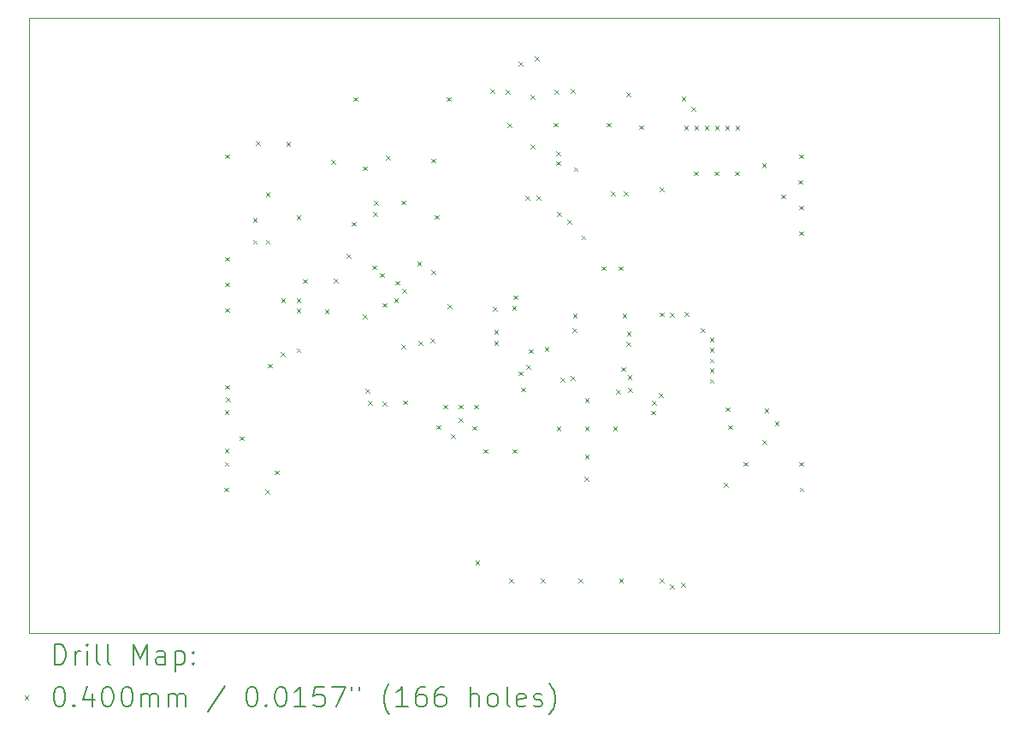
<source format=gbr>
%FSLAX45Y45*%
G04 Gerber Fmt 4.5, Leading zero omitted, Abs format (unit mm)*
G04 Created by KiCad (PCBNEW (6.0.2)) date 2023-09-30 20:53:12*
%MOMM*%
%LPD*%
G01*
G04 APERTURE LIST*
%TA.AperFunction,Profile*%
%ADD10C,0.100000*%
%TD*%
%ADD11C,0.200000*%
%ADD12C,0.040000*%
G04 APERTURE END LIST*
D10*
X10312400Y-3302000D02*
X14706600Y-3302000D01*
X10312400Y-9398000D02*
X10312400Y-3302000D01*
X19913600Y-3302000D02*
X19913600Y-9398000D01*
X17754600Y-3302000D02*
X19913600Y-3302000D01*
X18618200Y-9398000D02*
X10312400Y-9398000D01*
X14706600Y-3302000D02*
X16027400Y-3302000D01*
X19913600Y-9398000D02*
X18618200Y-9398000D01*
X16027400Y-3302000D02*
X17754600Y-3302000D01*
D11*
D12*
X12243120Y-7960680D02*
X12283120Y-8000680D01*
X12283120Y-7960680D02*
X12243120Y-8000680D01*
X12248200Y-7193600D02*
X12288200Y-7233600D01*
X12288200Y-7193600D02*
X12248200Y-7233600D01*
X12248200Y-7574600D02*
X12288200Y-7614600D01*
X12288200Y-7574600D02*
X12248200Y-7614600D01*
X12248200Y-7706680D02*
X12288200Y-7746680D01*
X12288200Y-7706680D02*
X12248200Y-7746680D01*
X12253280Y-4658680D02*
X12293280Y-4698680D01*
X12293280Y-4658680D02*
X12253280Y-4698680D01*
X12253280Y-5674680D02*
X12293280Y-5714680D01*
X12293280Y-5674680D02*
X12253280Y-5714680D01*
X12253280Y-5928680D02*
X12293280Y-5968680D01*
X12293280Y-5928680D02*
X12253280Y-5968680D01*
X12253280Y-6182680D02*
X12293280Y-6222680D01*
X12293280Y-6182680D02*
X12253280Y-6222680D01*
X12253280Y-6944680D02*
X12293280Y-6984680D01*
X12293280Y-6944680D02*
X12253280Y-6984680D01*
X12260900Y-7066600D02*
X12300900Y-7106600D01*
X12300900Y-7066600D02*
X12260900Y-7106600D01*
X12395520Y-7452680D02*
X12435520Y-7492680D01*
X12435520Y-7452680D02*
X12395520Y-7492680D01*
X12527600Y-5288600D02*
X12567600Y-5328600D01*
X12567600Y-5288600D02*
X12527600Y-5328600D01*
X12527600Y-5504500D02*
X12567600Y-5544500D01*
X12567600Y-5504500D02*
X12527600Y-5544500D01*
X12558080Y-4528120D02*
X12598080Y-4568120D01*
X12598080Y-4528120D02*
X12558080Y-4568120D01*
X12648500Y-7978460D02*
X12688500Y-8018460D01*
X12688500Y-7978460D02*
X12648500Y-8018460D01*
X12654600Y-5034600D02*
X12694600Y-5074600D01*
X12694600Y-5034600D02*
X12654600Y-5074600D01*
X12654600Y-5504500D02*
X12694600Y-5544500D01*
X12694600Y-5504500D02*
X12654600Y-5544500D01*
X12674920Y-6731320D02*
X12714920Y-6771320D01*
X12714920Y-6731320D02*
X12674920Y-6771320D01*
X12743500Y-7790500D02*
X12783500Y-7830500D01*
X12783500Y-7790500D02*
X12743500Y-7830500D01*
X12801920Y-6619560D02*
X12841920Y-6659560D01*
X12841920Y-6619560D02*
X12801920Y-6659560D01*
X12807000Y-6086160D02*
X12847000Y-6126160D01*
X12847000Y-6086160D02*
X12807000Y-6126160D01*
X12857800Y-4533200D02*
X12897800Y-4573200D01*
X12897800Y-4533200D02*
X12857800Y-4573200D01*
X12959400Y-5263200D02*
X12999400Y-5303200D01*
X12999400Y-5263200D02*
X12959400Y-5303200D01*
X12959400Y-6086160D02*
X12999400Y-6126160D01*
X12999400Y-6086160D02*
X12959400Y-6126160D01*
X12959400Y-6187760D02*
X12999400Y-6227760D01*
X12999400Y-6187760D02*
X12959400Y-6227760D01*
X12959400Y-6578920D02*
X12999400Y-6618920D01*
X12999400Y-6578920D02*
X12959400Y-6618920D01*
X13025440Y-5893120D02*
X13065440Y-5933120D01*
X13065440Y-5893120D02*
X13025440Y-5933120D01*
X13237600Y-6191640D02*
X13277600Y-6231640D01*
X13277600Y-6191640D02*
X13237600Y-6231640D01*
X13304840Y-4714560D02*
X13344840Y-4754560D01*
X13344840Y-4714560D02*
X13304840Y-4754560D01*
X13326640Y-5891640D02*
X13366640Y-5931640D01*
X13366640Y-5891640D02*
X13326640Y-5931640D01*
X13457240Y-5644200D02*
X13497240Y-5684200D01*
X13497240Y-5644200D02*
X13457240Y-5684200D01*
X13505500Y-5326700D02*
X13545500Y-5366700D01*
X13545500Y-5326700D02*
X13505500Y-5366700D01*
X13523280Y-4089720D02*
X13563280Y-4129720D01*
X13563280Y-4089720D02*
X13523280Y-4129720D01*
X13614720Y-4775520D02*
X13654720Y-4815520D01*
X13654720Y-4775520D02*
X13614720Y-4815520D01*
X13614720Y-6243640D02*
X13654720Y-6283640D01*
X13654720Y-6243640D02*
X13614720Y-6283640D01*
X13638870Y-6980240D02*
X13678870Y-7020240D01*
X13678870Y-6980240D02*
X13638870Y-7020240D01*
X13665520Y-7102160D02*
X13705520Y-7142160D01*
X13705520Y-7102160D02*
X13665520Y-7142160D01*
X13707993Y-5757625D02*
X13747993Y-5797625D01*
X13747993Y-5757625D02*
X13707993Y-5797625D01*
X13716320Y-5227640D02*
X13756320Y-5267640D01*
X13756320Y-5227640D02*
X13716320Y-5267640D01*
X13726480Y-5120960D02*
X13766480Y-5160960D01*
X13766480Y-5120960D02*
X13726480Y-5160960D01*
X13785775Y-5835407D02*
X13825775Y-5875407D01*
X13825775Y-5835407D02*
X13785775Y-5875407D01*
X13812840Y-6131880D02*
X13852840Y-6171880D01*
X13852840Y-6131880D02*
X13812840Y-6171880D01*
X13812840Y-7107240D02*
X13852840Y-7147240D01*
X13852840Y-7107240D02*
X13812840Y-7147240D01*
X13843320Y-4668840D02*
X13883320Y-4708840D01*
X13883320Y-4668840D02*
X13843320Y-4708840D01*
X13924600Y-6086160D02*
X13964600Y-6126160D01*
X13964600Y-6086160D02*
X13924600Y-6126160D01*
X13938175Y-5910025D02*
X13978175Y-5950025D01*
X13978175Y-5910025D02*
X13938175Y-5950025D01*
X13995720Y-5115880D02*
X14035720Y-5155880D01*
X14035720Y-5115880D02*
X13995720Y-5155880D01*
X13995720Y-6543360D02*
X14035720Y-6583360D01*
X14035720Y-6543360D02*
X13995720Y-6583360D01*
X14005880Y-5989640D02*
X14045880Y-6029640D01*
X14045880Y-5989640D02*
X14005880Y-6029640D01*
X14010960Y-7097080D02*
X14050960Y-7137080D01*
X14050960Y-7097080D02*
X14010960Y-7137080D01*
X14153200Y-5720400D02*
X14193200Y-5760400D01*
X14193200Y-5720400D02*
X14153200Y-5760400D01*
X14168440Y-6507800D02*
X14208440Y-6547800D01*
X14208440Y-6507800D02*
X14168440Y-6547800D01*
X14285280Y-6482400D02*
X14325280Y-6522400D01*
X14325280Y-6482400D02*
X14285280Y-6522400D01*
X14290360Y-5806760D02*
X14330360Y-5846760D01*
X14330360Y-5806760D02*
X14290360Y-5846760D01*
X14295440Y-4699320D02*
X14335440Y-4739320D01*
X14335440Y-4699320D02*
X14295440Y-4739320D01*
X14325920Y-5258120D02*
X14365920Y-5298120D01*
X14365920Y-5258120D02*
X14325920Y-5298120D01*
X14341160Y-7340920D02*
X14381160Y-7380920D01*
X14381160Y-7340920D02*
X14341160Y-7380920D01*
X14412280Y-7137720D02*
X14452280Y-7177720D01*
X14452280Y-7137720D02*
X14412280Y-7177720D01*
X14442760Y-4089720D02*
X14482760Y-4129720D01*
X14482760Y-4089720D02*
X14442760Y-4129720D01*
X14452920Y-6142040D02*
X14492920Y-6182040D01*
X14492920Y-6142040D02*
X14452920Y-6182040D01*
X14488480Y-7432360D02*
X14528480Y-7472360D01*
X14528480Y-7432360D02*
X14488480Y-7472360D01*
X14564680Y-7137720D02*
X14604680Y-7177720D01*
X14604680Y-7137720D02*
X14564680Y-7177720D01*
X14564680Y-7269800D02*
X14604680Y-7309800D01*
X14604680Y-7269800D02*
X14564680Y-7309800D01*
X14701840Y-7351080D02*
X14741840Y-7391080D01*
X14741840Y-7351080D02*
X14701840Y-7391080D01*
X14717080Y-7137920D02*
X14757080Y-7177920D01*
X14757080Y-7137920D02*
X14717080Y-7177920D01*
X14729380Y-8683957D02*
X14769380Y-8723957D01*
X14769380Y-8683957D02*
X14729380Y-8723957D01*
X14811354Y-7579680D02*
X14851354Y-7619680D01*
X14851354Y-7579680D02*
X14811354Y-7619680D01*
X14879640Y-4008440D02*
X14919640Y-4048440D01*
X14919640Y-4008440D02*
X14879640Y-4048440D01*
X14905040Y-6167440D02*
X14945040Y-6207440D01*
X14945040Y-6167440D02*
X14905040Y-6207440D01*
X14915200Y-6396040D02*
X14955200Y-6436040D01*
X14955200Y-6396040D02*
X14915200Y-6436040D01*
X14915200Y-6507800D02*
X14955200Y-6547800D01*
X14955200Y-6507800D02*
X14915200Y-6547800D01*
X15025930Y-4018600D02*
X15065930Y-4058600D01*
X15065930Y-4018600D02*
X15025930Y-4058600D01*
X15047280Y-4346160D02*
X15087280Y-4386160D01*
X15087280Y-4346160D02*
X15047280Y-4386160D01*
X15062120Y-8861757D02*
X15102120Y-8901757D01*
X15102120Y-8861757D02*
X15062120Y-8901757D01*
X15093000Y-6162360D02*
X15133000Y-6202360D01*
X15133000Y-6162360D02*
X15093000Y-6202360D01*
X15094566Y-7578482D02*
X15134566Y-7618482D01*
X15134566Y-7578482D02*
X15094566Y-7618482D01*
X15108240Y-6055680D02*
X15148240Y-6095680D01*
X15148240Y-6055680D02*
X15108240Y-6095680D01*
X15156500Y-3739200D02*
X15196500Y-3779200D01*
X15196500Y-3739200D02*
X15156500Y-3779200D01*
X15158640Y-6809436D02*
X15198640Y-6849436D01*
X15198640Y-6809436D02*
X15158640Y-6849436D01*
X15184440Y-6970080D02*
X15224440Y-7010080D01*
X15224440Y-6970080D02*
X15184440Y-7010080D01*
X15220880Y-5070160D02*
X15260880Y-5110160D01*
X15260880Y-5070160D02*
X15220880Y-5110160D01*
X15234840Y-6745936D02*
X15274840Y-6785936D01*
X15274840Y-6745936D02*
X15234840Y-6785936D01*
X15255160Y-6588456D02*
X15295160Y-6628456D01*
X15295160Y-6588456D02*
X15255160Y-6628456D01*
X15275880Y-4069400D02*
X15315880Y-4109400D01*
X15315880Y-4069400D02*
X15275880Y-4109400D01*
X15275880Y-4562160D02*
X15315880Y-4602160D01*
X15315880Y-4562160D02*
X15275880Y-4602160D01*
X15318046Y-3690312D02*
X15358046Y-3730312D01*
X15358046Y-3690312D02*
X15318046Y-3730312D01*
X15330880Y-5070160D02*
X15370880Y-5110160D01*
X15370880Y-5070160D02*
X15330880Y-5110160D01*
X15374540Y-8861757D02*
X15414540Y-8901757D01*
X15414540Y-8861757D02*
X15374540Y-8901757D01*
X15415180Y-6568136D02*
X15455180Y-6608136D01*
X15455180Y-6568136D02*
X15415180Y-6608136D01*
X15504480Y-4343720D02*
X15544480Y-4383720D01*
X15544480Y-4343720D02*
X15504480Y-4383720D01*
X15512100Y-4018600D02*
X15552100Y-4058600D01*
X15552100Y-4018600D02*
X15512100Y-4058600D01*
X15529880Y-4628200D02*
X15569880Y-4668200D01*
X15569880Y-4628200D02*
X15529880Y-4668200D01*
X15529880Y-4724720D02*
X15569880Y-4764720D01*
X15569880Y-4724720D02*
X15529880Y-4764720D01*
X15532020Y-7352996D02*
X15572020Y-7392996D01*
X15572020Y-7352996D02*
X15532020Y-7392996D01*
X15540040Y-5231390D02*
X15580040Y-5271390D01*
X15580040Y-5231390D02*
X15540040Y-5271390D01*
X15573424Y-6870724D02*
X15613424Y-6910724D01*
X15613424Y-6870724D02*
X15573424Y-6910724D01*
X15636560Y-5303840D02*
X15676560Y-5343840D01*
X15676560Y-5303840D02*
X15636560Y-5343840D01*
X15671720Y-6852616D02*
X15711720Y-6892616D01*
X15711720Y-6852616D02*
X15671720Y-6892616D01*
X15672120Y-4008440D02*
X15712120Y-4048440D01*
X15712120Y-4008440D02*
X15672120Y-4048440D01*
X15686960Y-6380176D02*
X15726960Y-6420176D01*
X15726960Y-6380176D02*
X15686960Y-6420176D01*
X15694580Y-6237936D02*
X15734580Y-6277936D01*
X15734580Y-6237936D02*
X15694580Y-6277936D01*
X15702600Y-4785680D02*
X15742600Y-4825680D01*
X15742600Y-4785680D02*
X15702600Y-4825680D01*
X15750460Y-8861757D02*
X15790460Y-8901757D01*
X15790460Y-8861757D02*
X15750460Y-8901757D01*
X15778800Y-5461320D02*
X15818800Y-5501320D01*
X15818800Y-5461320D02*
X15778800Y-5501320D01*
X15808880Y-7855916D02*
X15848880Y-7895916D01*
X15848880Y-7855916D02*
X15808880Y-7895916D01*
X15811420Y-7073596D02*
X15851420Y-7113596D01*
X15851420Y-7073596D02*
X15811420Y-7113596D01*
X15811420Y-7352996D02*
X15851420Y-7392996D01*
X15851420Y-7352996D02*
X15811420Y-7392996D01*
X15811420Y-7632396D02*
X15851420Y-7672396D01*
X15851420Y-7632396D02*
X15811420Y-7672396D01*
X15976920Y-5766120D02*
X16016920Y-5806120D01*
X16016920Y-5766120D02*
X15976920Y-5806120D01*
X16027720Y-4343720D02*
X16067720Y-4383720D01*
X16067720Y-4343720D02*
X16027720Y-4383720D01*
X16073440Y-5024440D02*
X16113440Y-5064440D01*
X16113440Y-5024440D02*
X16073440Y-5064440D01*
X16090820Y-7352996D02*
X16130820Y-7392996D01*
X16130820Y-7352996D02*
X16090820Y-7392996D01*
X16124240Y-6990400D02*
X16164240Y-7030400D01*
X16164240Y-6990400D02*
X16124240Y-7030400D01*
X16149640Y-5766120D02*
X16189640Y-5806120D01*
X16189640Y-5766120D02*
X16149640Y-5806120D01*
X16151780Y-8861757D02*
X16191780Y-8901757D01*
X16191780Y-8861757D02*
X16151780Y-8901757D01*
X16175040Y-6765457D02*
X16215040Y-6805457D01*
X16215040Y-6765457D02*
X16175040Y-6805457D01*
X16184800Y-6237936D02*
X16224800Y-6277936D01*
X16224800Y-6237936D02*
X16184800Y-6277936D01*
X16200440Y-5024440D02*
X16240440Y-5064440D01*
X16240440Y-5024440D02*
X16200440Y-5064440D01*
X16225351Y-6515652D02*
X16265351Y-6555652D01*
X16265351Y-6515652D02*
X16225351Y-6555652D01*
X16225840Y-4044000D02*
X16265840Y-4084000D01*
X16265840Y-4044000D02*
X16225840Y-4084000D01*
X16227980Y-6415736D02*
X16267980Y-6455736D01*
X16267980Y-6415736D02*
X16227980Y-6455736D01*
X16236000Y-6848160D02*
X16276000Y-6888160D01*
X16276000Y-6848160D02*
X16236000Y-6888160D01*
X16241080Y-6975160D02*
X16281080Y-7015160D01*
X16281080Y-6975160D02*
X16241080Y-7015160D01*
X16347760Y-4369120D02*
X16387760Y-4409120D01*
X16387760Y-4369120D02*
X16347760Y-4409120D01*
X16469680Y-7198680D02*
X16509680Y-7238680D01*
X16509680Y-7198680D02*
X16469680Y-7238680D01*
X16475549Y-7098902D02*
X16515549Y-7138902D01*
X16515549Y-7098902D02*
X16475549Y-7138902D01*
X16541859Y-7024116D02*
X16581859Y-7064116D01*
X16581859Y-7024116D02*
X16541859Y-7064116D01*
X16550560Y-8861757D02*
X16590560Y-8901757D01*
X16590560Y-8861757D02*
X16550560Y-8901757D01*
X16550960Y-4983800D02*
X16590960Y-5023800D01*
X16590960Y-4983800D02*
X16550960Y-5023800D01*
X16550960Y-6223320D02*
X16590960Y-6263320D01*
X16590960Y-6223320D02*
X16550960Y-6263320D01*
X16652560Y-6228400D02*
X16692560Y-6268400D01*
X16692560Y-6228400D02*
X16652560Y-6268400D01*
X16652560Y-8920800D02*
X16692560Y-8960800D01*
X16692560Y-8920800D02*
X16652560Y-8960800D01*
X16764320Y-8905560D02*
X16804320Y-8945560D01*
X16804320Y-8905560D02*
X16764320Y-8945560D01*
X16769400Y-4084640D02*
X16809400Y-4124640D01*
X16809400Y-4084640D02*
X16769400Y-4124640D01*
X16794800Y-4374200D02*
X16834800Y-4414200D01*
X16834800Y-4374200D02*
X16794800Y-4414200D01*
X16799880Y-6218240D02*
X16839880Y-6258240D01*
X16839880Y-6218240D02*
X16799880Y-6258240D01*
X16865920Y-4186240D02*
X16905920Y-4226240D01*
X16905920Y-4186240D02*
X16865920Y-4226240D01*
X16891320Y-4826320D02*
X16931320Y-4866320D01*
X16931320Y-4826320D02*
X16891320Y-4866320D01*
X16896400Y-4374200D02*
X16936400Y-4414200D01*
X16936400Y-4374200D02*
X16896400Y-4414200D01*
X16962440Y-6380800D02*
X17002440Y-6420800D01*
X17002440Y-6380800D02*
X16962440Y-6420800D01*
X16998000Y-4374200D02*
X17038000Y-4414200D01*
X17038000Y-4374200D02*
X16998000Y-4414200D01*
X17048800Y-6472240D02*
X17088800Y-6512240D01*
X17088800Y-6472240D02*
X17048800Y-6512240D01*
X17048800Y-6573840D02*
X17088800Y-6613840D01*
X17088800Y-6573840D02*
X17048800Y-6613840D01*
X17048800Y-6680520D02*
X17088800Y-6720520D01*
X17088800Y-6680520D02*
X17048800Y-6720520D01*
X17048800Y-6780470D02*
X17088800Y-6820470D01*
X17088800Y-6780470D02*
X17048800Y-6820470D01*
X17048800Y-6883720D02*
X17088800Y-6923720D01*
X17088800Y-6883720D02*
X17048800Y-6923720D01*
X17094520Y-4826320D02*
X17134520Y-4866320D01*
X17134520Y-4826320D02*
X17094520Y-4866320D01*
X17099600Y-4374200D02*
X17139600Y-4414200D01*
X17139600Y-4374200D02*
X17099600Y-4414200D01*
X17190640Y-7914336D02*
X17230640Y-7954336D01*
X17230640Y-7914336D02*
X17190640Y-7954336D01*
X17201200Y-4374200D02*
X17241200Y-4414200D01*
X17241200Y-4374200D02*
X17201200Y-4414200D01*
X17205880Y-7165036D02*
X17245880Y-7205036D01*
X17245880Y-7165036D02*
X17205880Y-7205036D01*
X17231280Y-7342836D02*
X17271280Y-7382836D01*
X17271280Y-7342836D02*
X17231280Y-7382836D01*
X17297720Y-4826320D02*
X17337720Y-4866320D01*
X17337720Y-4826320D02*
X17297720Y-4866320D01*
X17302800Y-4374200D02*
X17342800Y-4414200D01*
X17342800Y-4374200D02*
X17302800Y-4414200D01*
X17381140Y-7706056D02*
X17421140Y-7746056D01*
X17421140Y-7706056D02*
X17381140Y-7746056D01*
X17565440Y-4745040D02*
X17605440Y-4785040D01*
X17605440Y-4745040D02*
X17565440Y-4785040D01*
X17569100Y-7487616D02*
X17609100Y-7527616D01*
X17609100Y-7487616D02*
X17569100Y-7527616D01*
X17589420Y-7175196D02*
X17629420Y-7215196D01*
X17629420Y-7175196D02*
X17589420Y-7215196D01*
X17691020Y-7302196D02*
X17731020Y-7342196D01*
X17731020Y-7302196D02*
X17691020Y-7342196D01*
X17753400Y-5054920D02*
X17793400Y-5094920D01*
X17793400Y-5054920D02*
X17753400Y-5094920D01*
X17927640Y-4912680D02*
X17967640Y-4952680D01*
X17967640Y-4912680D02*
X17927640Y-4952680D01*
X17932720Y-4658680D02*
X17972720Y-4698680D01*
X17972720Y-4658680D02*
X17932720Y-4698680D01*
X17932720Y-5166680D02*
X17972720Y-5206680D01*
X17972720Y-5166680D02*
X17932720Y-5206680D01*
X17932720Y-5420680D02*
X17972720Y-5460680D01*
X17972720Y-5420680D02*
X17932720Y-5460680D01*
X17932720Y-7706680D02*
X17972720Y-7746680D01*
X17972720Y-7706680D02*
X17932720Y-7746680D01*
X17937800Y-7960680D02*
X17977800Y-8000680D01*
X17977800Y-7960680D02*
X17937800Y-8000680D01*
D11*
X10565019Y-9713476D02*
X10565019Y-9513476D01*
X10612638Y-9513476D01*
X10641210Y-9523000D01*
X10660257Y-9542048D01*
X10669781Y-9561095D01*
X10679305Y-9599190D01*
X10679305Y-9627762D01*
X10669781Y-9665857D01*
X10660257Y-9684905D01*
X10641210Y-9703952D01*
X10612638Y-9713476D01*
X10565019Y-9713476D01*
X10765019Y-9713476D02*
X10765019Y-9580143D01*
X10765019Y-9618238D02*
X10774543Y-9599190D01*
X10784067Y-9589667D01*
X10803114Y-9580143D01*
X10822162Y-9580143D01*
X10888829Y-9713476D02*
X10888829Y-9580143D01*
X10888829Y-9513476D02*
X10879305Y-9523000D01*
X10888829Y-9532524D01*
X10898352Y-9523000D01*
X10888829Y-9513476D01*
X10888829Y-9532524D01*
X11012638Y-9713476D02*
X10993590Y-9703952D01*
X10984067Y-9684905D01*
X10984067Y-9513476D01*
X11117400Y-9713476D02*
X11098352Y-9703952D01*
X11088829Y-9684905D01*
X11088829Y-9513476D01*
X11345971Y-9713476D02*
X11345971Y-9513476D01*
X11412638Y-9656333D01*
X11479305Y-9513476D01*
X11479305Y-9713476D01*
X11660257Y-9713476D02*
X11660257Y-9608714D01*
X11650733Y-9589667D01*
X11631686Y-9580143D01*
X11593590Y-9580143D01*
X11574543Y-9589667D01*
X11660257Y-9703952D02*
X11641209Y-9713476D01*
X11593590Y-9713476D01*
X11574543Y-9703952D01*
X11565019Y-9684905D01*
X11565019Y-9665857D01*
X11574543Y-9646810D01*
X11593590Y-9637286D01*
X11641209Y-9637286D01*
X11660257Y-9627762D01*
X11755495Y-9580143D02*
X11755495Y-9780143D01*
X11755495Y-9589667D02*
X11774543Y-9580143D01*
X11812638Y-9580143D01*
X11831686Y-9589667D01*
X11841209Y-9599190D01*
X11850733Y-9618238D01*
X11850733Y-9675381D01*
X11841209Y-9694429D01*
X11831686Y-9703952D01*
X11812638Y-9713476D01*
X11774543Y-9713476D01*
X11755495Y-9703952D01*
X11936448Y-9694429D02*
X11945971Y-9703952D01*
X11936448Y-9713476D01*
X11926924Y-9703952D01*
X11936448Y-9694429D01*
X11936448Y-9713476D01*
X11936448Y-9589667D02*
X11945971Y-9599190D01*
X11936448Y-9608714D01*
X11926924Y-9599190D01*
X11936448Y-9589667D01*
X11936448Y-9608714D01*
D12*
X10267400Y-10023000D02*
X10307400Y-10063000D01*
X10307400Y-10023000D02*
X10267400Y-10063000D01*
D11*
X10603114Y-9933476D02*
X10622162Y-9933476D01*
X10641210Y-9943000D01*
X10650733Y-9952524D01*
X10660257Y-9971571D01*
X10669781Y-10009667D01*
X10669781Y-10057286D01*
X10660257Y-10095381D01*
X10650733Y-10114429D01*
X10641210Y-10123952D01*
X10622162Y-10133476D01*
X10603114Y-10133476D01*
X10584067Y-10123952D01*
X10574543Y-10114429D01*
X10565019Y-10095381D01*
X10555495Y-10057286D01*
X10555495Y-10009667D01*
X10565019Y-9971571D01*
X10574543Y-9952524D01*
X10584067Y-9943000D01*
X10603114Y-9933476D01*
X10755495Y-10114429D02*
X10765019Y-10123952D01*
X10755495Y-10133476D01*
X10745971Y-10123952D01*
X10755495Y-10114429D01*
X10755495Y-10133476D01*
X10936448Y-10000143D02*
X10936448Y-10133476D01*
X10888829Y-9923952D02*
X10841210Y-10066810D01*
X10965019Y-10066810D01*
X11079305Y-9933476D02*
X11098352Y-9933476D01*
X11117400Y-9943000D01*
X11126924Y-9952524D01*
X11136448Y-9971571D01*
X11145971Y-10009667D01*
X11145971Y-10057286D01*
X11136448Y-10095381D01*
X11126924Y-10114429D01*
X11117400Y-10123952D01*
X11098352Y-10133476D01*
X11079305Y-10133476D01*
X11060257Y-10123952D01*
X11050733Y-10114429D01*
X11041210Y-10095381D01*
X11031686Y-10057286D01*
X11031686Y-10009667D01*
X11041210Y-9971571D01*
X11050733Y-9952524D01*
X11060257Y-9943000D01*
X11079305Y-9933476D01*
X11269781Y-9933476D02*
X11288828Y-9933476D01*
X11307876Y-9943000D01*
X11317400Y-9952524D01*
X11326924Y-9971571D01*
X11336448Y-10009667D01*
X11336448Y-10057286D01*
X11326924Y-10095381D01*
X11317400Y-10114429D01*
X11307876Y-10123952D01*
X11288828Y-10133476D01*
X11269781Y-10133476D01*
X11250733Y-10123952D01*
X11241209Y-10114429D01*
X11231686Y-10095381D01*
X11222162Y-10057286D01*
X11222162Y-10009667D01*
X11231686Y-9971571D01*
X11241209Y-9952524D01*
X11250733Y-9943000D01*
X11269781Y-9933476D01*
X11422162Y-10133476D02*
X11422162Y-10000143D01*
X11422162Y-10019190D02*
X11431686Y-10009667D01*
X11450733Y-10000143D01*
X11479305Y-10000143D01*
X11498352Y-10009667D01*
X11507876Y-10028714D01*
X11507876Y-10133476D01*
X11507876Y-10028714D02*
X11517400Y-10009667D01*
X11536448Y-10000143D01*
X11565019Y-10000143D01*
X11584067Y-10009667D01*
X11593590Y-10028714D01*
X11593590Y-10133476D01*
X11688828Y-10133476D02*
X11688828Y-10000143D01*
X11688828Y-10019190D02*
X11698352Y-10009667D01*
X11717400Y-10000143D01*
X11745971Y-10000143D01*
X11765019Y-10009667D01*
X11774543Y-10028714D01*
X11774543Y-10133476D01*
X11774543Y-10028714D02*
X11784067Y-10009667D01*
X11803114Y-10000143D01*
X11831686Y-10000143D01*
X11850733Y-10009667D01*
X11860257Y-10028714D01*
X11860257Y-10133476D01*
X12250733Y-9923952D02*
X12079305Y-10181095D01*
X12507876Y-9933476D02*
X12526924Y-9933476D01*
X12545971Y-9943000D01*
X12555495Y-9952524D01*
X12565019Y-9971571D01*
X12574543Y-10009667D01*
X12574543Y-10057286D01*
X12565019Y-10095381D01*
X12555495Y-10114429D01*
X12545971Y-10123952D01*
X12526924Y-10133476D01*
X12507876Y-10133476D01*
X12488828Y-10123952D01*
X12479305Y-10114429D01*
X12469781Y-10095381D01*
X12460257Y-10057286D01*
X12460257Y-10009667D01*
X12469781Y-9971571D01*
X12479305Y-9952524D01*
X12488828Y-9943000D01*
X12507876Y-9933476D01*
X12660257Y-10114429D02*
X12669781Y-10123952D01*
X12660257Y-10133476D01*
X12650733Y-10123952D01*
X12660257Y-10114429D01*
X12660257Y-10133476D01*
X12793590Y-9933476D02*
X12812638Y-9933476D01*
X12831686Y-9943000D01*
X12841209Y-9952524D01*
X12850733Y-9971571D01*
X12860257Y-10009667D01*
X12860257Y-10057286D01*
X12850733Y-10095381D01*
X12841209Y-10114429D01*
X12831686Y-10123952D01*
X12812638Y-10133476D01*
X12793590Y-10133476D01*
X12774543Y-10123952D01*
X12765019Y-10114429D01*
X12755495Y-10095381D01*
X12745971Y-10057286D01*
X12745971Y-10009667D01*
X12755495Y-9971571D01*
X12765019Y-9952524D01*
X12774543Y-9943000D01*
X12793590Y-9933476D01*
X13050733Y-10133476D02*
X12936448Y-10133476D01*
X12993590Y-10133476D02*
X12993590Y-9933476D01*
X12974543Y-9962048D01*
X12955495Y-9981095D01*
X12936448Y-9990619D01*
X13231686Y-9933476D02*
X13136448Y-9933476D01*
X13126924Y-10028714D01*
X13136448Y-10019190D01*
X13155495Y-10009667D01*
X13203114Y-10009667D01*
X13222162Y-10019190D01*
X13231686Y-10028714D01*
X13241209Y-10047762D01*
X13241209Y-10095381D01*
X13231686Y-10114429D01*
X13222162Y-10123952D01*
X13203114Y-10133476D01*
X13155495Y-10133476D01*
X13136448Y-10123952D01*
X13126924Y-10114429D01*
X13307876Y-9933476D02*
X13441209Y-9933476D01*
X13355495Y-10133476D01*
X13507876Y-9933476D02*
X13507876Y-9971571D01*
X13584067Y-9933476D02*
X13584067Y-9971571D01*
X13879305Y-10209667D02*
X13869781Y-10200143D01*
X13850733Y-10171571D01*
X13841209Y-10152524D01*
X13831686Y-10123952D01*
X13822162Y-10076333D01*
X13822162Y-10038238D01*
X13831686Y-9990619D01*
X13841209Y-9962048D01*
X13850733Y-9943000D01*
X13869781Y-9914429D01*
X13879305Y-9904905D01*
X14060257Y-10133476D02*
X13945971Y-10133476D01*
X14003114Y-10133476D02*
X14003114Y-9933476D01*
X13984067Y-9962048D01*
X13965019Y-9981095D01*
X13945971Y-9990619D01*
X14231686Y-9933476D02*
X14193590Y-9933476D01*
X14174543Y-9943000D01*
X14165019Y-9952524D01*
X14145971Y-9981095D01*
X14136448Y-10019190D01*
X14136448Y-10095381D01*
X14145971Y-10114429D01*
X14155495Y-10123952D01*
X14174543Y-10133476D01*
X14212638Y-10133476D01*
X14231686Y-10123952D01*
X14241209Y-10114429D01*
X14250733Y-10095381D01*
X14250733Y-10047762D01*
X14241209Y-10028714D01*
X14231686Y-10019190D01*
X14212638Y-10009667D01*
X14174543Y-10009667D01*
X14155495Y-10019190D01*
X14145971Y-10028714D01*
X14136448Y-10047762D01*
X14422162Y-9933476D02*
X14384067Y-9933476D01*
X14365019Y-9943000D01*
X14355495Y-9952524D01*
X14336448Y-9981095D01*
X14326924Y-10019190D01*
X14326924Y-10095381D01*
X14336448Y-10114429D01*
X14345971Y-10123952D01*
X14365019Y-10133476D01*
X14403114Y-10133476D01*
X14422162Y-10123952D01*
X14431686Y-10114429D01*
X14441209Y-10095381D01*
X14441209Y-10047762D01*
X14431686Y-10028714D01*
X14422162Y-10019190D01*
X14403114Y-10009667D01*
X14365019Y-10009667D01*
X14345971Y-10019190D01*
X14336448Y-10028714D01*
X14326924Y-10047762D01*
X14679305Y-10133476D02*
X14679305Y-9933476D01*
X14765019Y-10133476D02*
X14765019Y-10028714D01*
X14755495Y-10009667D01*
X14736448Y-10000143D01*
X14707876Y-10000143D01*
X14688828Y-10009667D01*
X14679305Y-10019190D01*
X14888828Y-10133476D02*
X14869781Y-10123952D01*
X14860257Y-10114429D01*
X14850733Y-10095381D01*
X14850733Y-10038238D01*
X14860257Y-10019190D01*
X14869781Y-10009667D01*
X14888828Y-10000143D01*
X14917400Y-10000143D01*
X14936448Y-10009667D01*
X14945971Y-10019190D01*
X14955495Y-10038238D01*
X14955495Y-10095381D01*
X14945971Y-10114429D01*
X14936448Y-10123952D01*
X14917400Y-10133476D01*
X14888828Y-10133476D01*
X15069781Y-10133476D02*
X15050733Y-10123952D01*
X15041209Y-10104905D01*
X15041209Y-9933476D01*
X15222162Y-10123952D02*
X15203114Y-10133476D01*
X15165019Y-10133476D01*
X15145971Y-10123952D01*
X15136448Y-10104905D01*
X15136448Y-10028714D01*
X15145971Y-10009667D01*
X15165019Y-10000143D01*
X15203114Y-10000143D01*
X15222162Y-10009667D01*
X15231686Y-10028714D01*
X15231686Y-10047762D01*
X15136448Y-10066810D01*
X15307876Y-10123952D02*
X15326924Y-10133476D01*
X15365019Y-10133476D01*
X15384067Y-10123952D01*
X15393590Y-10104905D01*
X15393590Y-10095381D01*
X15384067Y-10076333D01*
X15365019Y-10066810D01*
X15336448Y-10066810D01*
X15317400Y-10057286D01*
X15307876Y-10038238D01*
X15307876Y-10028714D01*
X15317400Y-10009667D01*
X15336448Y-10000143D01*
X15365019Y-10000143D01*
X15384067Y-10009667D01*
X15460257Y-10209667D02*
X15469781Y-10200143D01*
X15488828Y-10171571D01*
X15498352Y-10152524D01*
X15507876Y-10123952D01*
X15517400Y-10076333D01*
X15517400Y-10038238D01*
X15507876Y-9990619D01*
X15498352Y-9962048D01*
X15488828Y-9943000D01*
X15469781Y-9914429D01*
X15460257Y-9904905D01*
M02*

</source>
